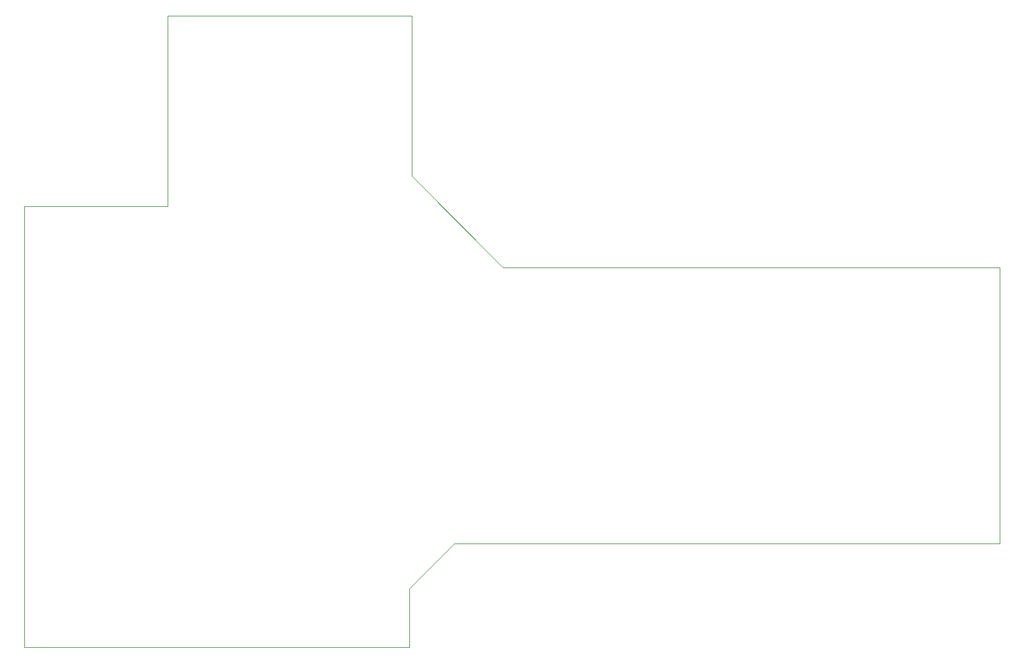
<source format=gm1>
G04 #@! TF.GenerationSoftware,KiCad,Pcbnew,(5.1.5)-3*
G04 #@! TF.CreationDate,2021-09-12T14:11:04+10:00*
G04 #@! TF.ProjectId,CDTV_Reromlocator_v3,43445456-5f52-4657-926f-6d6c6f636174,rev?*
G04 #@! TF.SameCoordinates,Original*
G04 #@! TF.FileFunction,Profile,NP*
%FSLAX46Y46*%
G04 Gerber Fmt 4.6, Leading zero omitted, Abs format (unit mm)*
G04 Created by KiCad (PCBNEW (5.1.5)-3) date 2021-09-12 14:11:04*
%MOMM*%
%LPD*%
G04 APERTURE LIST*
%ADD10C,0.050000*%
G04 APERTURE END LIST*
D10*
X69380000Y-95480000D02*
X69380000Y-68960000D01*
X103420000Y-68960000D02*
X69380000Y-68960000D01*
X103420000Y-91320000D02*
X103420000Y-68960000D01*
X116170000Y-104070000D02*
X103420000Y-91320000D01*
X185380000Y-104070000D02*
X116170000Y-104070000D01*
X185380000Y-142560000D02*
X185380000Y-104070000D01*
X184990000Y-142560000D02*
X185380000Y-142560000D01*
X110330000Y-142560000D02*
X184990000Y-142560000D01*
X103090000Y-157040000D02*
X49470000Y-157040000D01*
X103090000Y-148860000D02*
X103090000Y-157040000D01*
X109390000Y-142560000D02*
X103090000Y-148860000D01*
X110330000Y-142560000D02*
X109390000Y-142560000D01*
X49470000Y-95480000D02*
X69380000Y-95480000D01*
X49470000Y-157040000D02*
X49470000Y-95480000D01*
M02*

</source>
